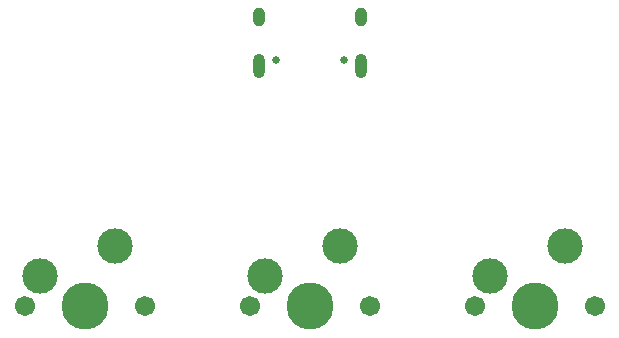
<source format=gbr>
%TF.GenerationSoftware,KiCad,Pcbnew,(6.0.10)*%
%TF.CreationDate,2023-01-18T13:12:32+09:00*%
%TF.ProjectId,3kpad,336b7061-642e-46b6-9963-61645f706362,rev?*%
%TF.SameCoordinates,Original*%
%TF.FileFunction,Soldermask,Top*%
%TF.FilePolarity,Negative*%
%FSLAX46Y46*%
G04 Gerber Fmt 4.6, Leading zero omitted, Abs format (unit mm)*
G04 Created by KiCad (PCBNEW (6.0.10)) date 2023-01-18 13:12:32*
%MOMM*%
%LPD*%
G01*
G04 APERTURE LIST*
%ADD10C,3.000000*%
%ADD11C,3.987800*%
%ADD12C,1.701800*%
%ADD13C,0.650000*%
%ADD14O,1.000000X1.600000*%
%ADD15O,1.000000X2.100000*%
G04 APERTURE END LIST*
D10*
%TO.C,SW2*%
X137477500Y-75088750D03*
X131127500Y-77628750D03*
D11*
X134937500Y-80168750D03*
D12*
X140017500Y-80168750D03*
X129857500Y-80168750D03*
%TD*%
D10*
%TO.C,SW1*%
X112077500Y-77628750D03*
X118427500Y-75088750D03*
D11*
X115887500Y-80168750D03*
D12*
X120967500Y-80168750D03*
X110807500Y-80168750D03*
%TD*%
D10*
%TO.C,SW3*%
X156527500Y-75088750D03*
D12*
X148907500Y-80168750D03*
X159067500Y-80168750D03*
D10*
X150177500Y-77628750D03*
D11*
X153987500Y-80168750D03*
%TD*%
D13*
%TO.C,USB1*%
X132047500Y-59315000D03*
X137827500Y-59315000D03*
D14*
X130617500Y-55665000D03*
D15*
X130617500Y-59845000D03*
X139257500Y-59845000D03*
D14*
X139257500Y-55665000D03*
%TD*%
M02*

</source>
